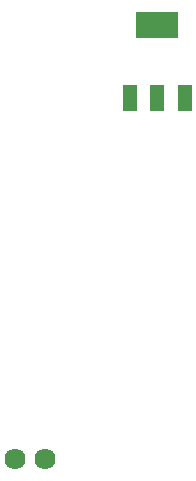
<source format=gbp>
G04 MADE WITH FRITZING*
G04 WWW.FRITZING.ORG*
G04 DOUBLE SIDED*
G04 HOLES PLATED*
G04 CONTOUR ON CENTER OF CONTOUR VECTOR*
%ASAXBY*%
%FSLAX23Y23*%
%MOIN*%
%OFA0B0*%
%SFA1.0B1.0*%
%ADD10C,0.070555*%
%ADD11R,0.048000X0.088000*%
%ADD12R,0.141732X0.086614*%
%LNPASTEMASK0*%
G90*
G70*
G54D10*
X1065Y384D03*
X1165Y384D03*
G54D11*
X1630Y1588D03*
X1539Y1588D03*
X1448Y1588D03*
G54D12*
X1539Y1832D03*
G04 End of PasteMask0*
M02*
</source>
